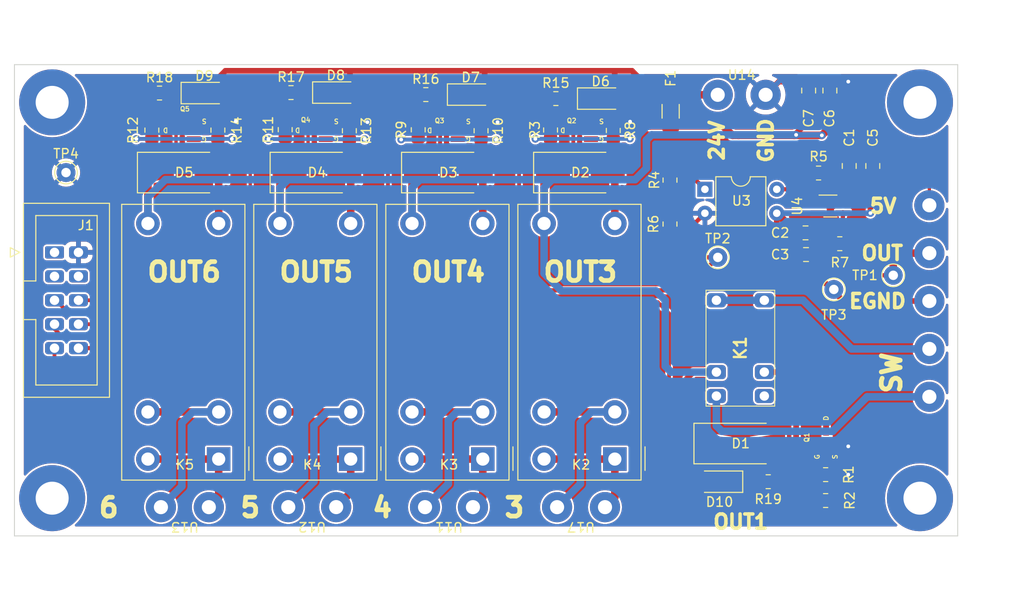
<source format=kicad_pcb>
(kicad_pcb (version 20221018) (generator pcbnew)
  (layers (0 "F.Cu" signal) (31 "B.Cu" signal) (34 "B.Paste" user) (35 "F.Paste" user) (36 "B.SilkS" user "B.Silkscreen") (37 "F.SilkS" user "F.Silkscreen") (38 "B.Mask" user) (39 "F.Mask" user) (44 "Edge.Cuts" user))
  (net 0 "")
  (net 1 "+5V")
  (net 2 "GND")
  (net 3 "/OUT1")
  (net 4 "VCC")
  (net 5 "/OUT7")
  (net 6 "/OUT8")
  (net 7 "/OUT5")
  (net 8 "/OUT6")
  (net 9 "/OUT3")
  (net 10 "/OUT4")
  (net 11 "/OUT2")
  (net 16 "GNDD")
  (net 17 "Net-(C2-Pad1)")
  (net 18 "Net-(D1-A)")
  (net 19 "Net-(Q1-PadG)")
  (net 20 "Net-(R4-Pad2)")
  (net 21 "Net-(R5-Pad2)")
  (net 22 "Net-(R7-Pad2)")
  (net 24 "+24V")
  (net 25 "Net-(D2-A)")
  (net 26 "Net-(D3-A)")
  (net 27 "Net-(D4-A)")
  (net 28 "Net-(D5-A)")
  (net 29 "Net-(Q2-PadG)")
  (net 30 "Net-(Q3-PadG)")
  (net 31 "Net-(Q4-PadG)")
  (net 32 "Net-(Q5-PadG)")
  (net 33 "/SW1C")
  (net 34 "/SW1S")
  (net 35 "/SW2C")
  (net 36 "/SW2S")
  (net 37 "/SW3C")
  (net 38 "/SW3S")
  (net 39 "/SW4C")
  (net 40 "/SW4S")
  (net 41 "Net-(F1-Pad1)")
  (net 42 "/SW5C")
  (net 43 "/SW5S")
  (net 44 "Net-(D6-K)")
  (net 45 "Net-(D7-K)")
  (net 46 "Net-(D8-K)")
  (net 47 "Net-(D9-K)")
  (net 48 "Net-(D10-K)")
  (footprint "XY2500R-C(5.08)-3P:XY2500R-C(5.08)-3P" (layer "F.Cu") (at 171.925 102.55 -90)
    (fp_text reference "U2" hide)
    (fp_text value "XY2500R-C(5.08)-3P" hide)
  )
  (footprint "Diode_SMD:D_SMA-SMB_Universal_Handsoldering" (layer "F.Cu") (at 92.93 94)
    (fp_text reference "D5")
    (fp_text value "1N4007G-SMA")
  )
  (footprint "FD335N:SOT-23" (layer "F.Cu") (at 107 89.5 180)
    (fp_text reference "Q4")
    (fp_text value "FDN335N")
  )
  (footprint "XY2500R-C(5.08)-2P:XY2500R-C(5.08)-2P" (layer "F.Cu") (at 93 129.5 180)
    (fp_text reference "U13")
    (fp_text value "XY2500R-C(5.08)-2P" hide)
  )
  (footprint "Resistor_SMD:R_0805_2012Metric" (layer "F.Cu") (at 124.4 89.5625 90)
    (fp_text reference "R10")
    (fp_text value "10K")
  )
  (footprint "TestPoint:TestPoint_THTPad_D2.0mm_Drill1.0mm" (layer "F.Cu") (at 80.4 94)
    (fp_text reference "TP4")
    (fp_text value "GND")
  )
  (footprint "LED_SMD:LED_1206_3216Metric_Pad1.42x1.75mm_HandSolder" (layer "F.Cu") (at 149.68 126.8 180)
    (fp_text reference "D10")
    (fp_text value "LED")
  )
  (footprint "LED_SMD:LED_1206_3216Metric_Pad1.42x1.75mm_HandSolder" (layer "F.Cu") (at 123.2925 85.725)
    (fp_text reference "D7")
    (fp_text value "LED")
  )
  (footprint "Capacitor_SMD:C_0805_2012Metric" (layer "F.Cu") (at 158.8 100.4 180)
    (fp_text reference "C2")
    (fp_text value "10u")
  )
  (footprint "Diode_SMD:D_SMA-SMB_Universal_Handsoldering" (layer "F.Cu") (at 107 94)
    (fp_text reference "D4")
    (fp_text value "1N4007G-SMA")
  )
  (footprint "Capacitor_SMD:C_0805_2012Metric" (layer "F.Cu") (at 161.38 85.3 -90)
    (fp_text reference "C6")
    (fp_text value "10u")
  )
  (footprint "Resistor_SMD:R_0805_2012Metric" (layer "F.Cu") (at 154.8425 126.8 180)
    (fp_text reference "R19")
    (fp_text value "680")
  )
  (footprint "Capacitor_SMD:C_0805_2012Metric" (layer "F.Cu") (at 159.13 85.3 -90)
    (fp_text reference "C7")
    (fp_text value "10u")
  )
  (footprint "Package_DIP:DIP-4_W7.62mm" (layer "F.Cu") (at 148.13 95.775)
    (fp_text reference "U3")
    (fp_text value "PC817")
  )
  (footprint "G5V-1-DC24:G5V-1-DC24" (layer "F.Cu") (at 151.89 112.63 90)
    (fp_text reference "K1")
    (fp_text value "G5V-1-DC24" hide)
  )
  (footprint "LED_SMD:LED_1206_3216Metric_Pad1.42x1.75mm_HandSolder" (layer "F.Cu") (at 95.0625 85.5625)
    (fp_text reference "D9")
    (fp_text value "LED")
  )
  (footprint "Capacitor_SMD:C_0805_2012Metric" (layer "F.Cu") (at 165.93 93.3 -90)
    (fp_text reference "C5")
    (fp_text value "10u")
  )
  (footprint "FD335N:SOT-23" (layer "F.Cu") (at 121 89.5 180)
    (fp_text reference "Q3")
    (fp_text value "FDN335N")
  )
  (footprint "MountingHole:MountingHole_3.5mm_Pad" (layer "F.Cu") (at 78.93 86.55)
    (fp_text reference "J10" hide)
    (fp_text value "Mounting Hole")
  )
  (footprint "Relay_THT:Relay_DPST_Fujitsu_FTR-F1A" (layer "F.Cu") (at 124.5825 124.4 180)
    (fp_text reference "K3")
    (fp_text value "Fujitsu_FTR-F1A")
  )
  (footprint "Diode_SMD:D_SMA-SMB_Universal_Handsoldering" (layer "F.Cu") (at 134.93 94)
    (fp_text reference "D2")
    (fp_text value "1N4007G-SMA")
  )
  (footprint "Resistor_SMD:R_0805_2012Metric" (layer "F.Cu") (at 90.3125 85.5625)
    (fp_text reference "R18")
    (fp_text value "2K2")
  )
  (footprint "FD335N:SOT-23" (layer "F.Cu") (at 135.1175 89.5 180)
    (fp_text reference "Q2")
    (fp_text value "FDN335N")
  )
  (footprint "Diode_SMD:D_SMA-SMB_Universal_Handsoldering" (layer "F.Cu") (at 151.93 122.75)
    (fp_text reference "D1")
    (fp_text value "1N4007G-SMA")
  )
  (footprint "LED_SMD:LED_1206_3216Metric_Pad1.42x1.75mm_HandSolder" (layer "F.Cu") (at 137.08 86.15)
    (fp_text reference "D6")
    (fp_text value "LED")
  )
  (footprint "Resistor_SMD:R_0805_2012Metric" (layer "F.Cu") (at 160.93 128.8 180)
    (fp_text reference "R2")
    (fp_text value "47")
  )
  (footprint "Resistor_SMD:R_0805_2012Metric" (layer "F.Cu") (at 144.43 94.8 90)
    (fp_text reference "R4")
    (fp_text value "1K")
  )
  (footprint "Resistor_SMD:R_0805_2012Metric" (layer "F.Cu") (at 162.43 101.55)
    (fp_text reference "R7")
    (fp_text value "10K")
  )
  (footprint "Resistor_SMD:R_0805_2012Metric" (layer "F.Cu") (at 138.4175 89.5375 90)
    (fp_text reference "R8")
    (fp_text value "10K")
  )
  (footprint "Resistor_SMD:R_1206_3216Metric_Pad1.30x1.75mm_HandSolder" (layer "F.Cu") (at 144.5 87.5 -90)
    (fp_text reference "F1")
    (fp_text value "Fuse")
  )
  (footprint "XY2500R-C(5.08)-2P:XY2500R-C(5.08)-2P" (layer "F.Cu") (at 106.5 129.495 180)
    (fp_text reference "U12")
    (fp_text value "XY2500R-C(5.08)-2P" hide)
  )
  (footprint "Resistor_SMD:R_0805_2012Metric" (layer "F.Cu") (at 160.93 126.05)
    (fp_text reference "R1")
    (fp_text value "10K")
  )
  (footprint "XY2500R-C(5.08)-2P:XY2500R-C(5.08)-2P" (layer "F.Cu") (at 171.925 115.25 -90)
    (fp_text reference "U5" hide)
    (fp_text value "XY2500R-C(5.08)-2P" hide)
  )
  (footprint "XY2500R-C(5.08)-2P:XY2500R-C(5.08)-2P" (layer "F.Cu") (at 121 129.5 180)
    (fp_text reference "U11")
    (fp_text value "XY2500R-C(5.08)-2P" hide)
  )
  (footprint "Resistor_SMD:R_0805_2012Metric" (layer "F.Cu") (at 96.5 89.5 90)
    (fp_text reference "R14")
    (fp_text value "10K")
  )
  (footprint "Resistor_SMD:R_0805_2012Metric" (layer "F.Cu") (at 144.43 99.4625 -90)
    (fp_text reference "R6")
    (fp_text value "47K")
  )
  (footprint "Resistor_SMD:R_0805_2012Metric" (layer "F.Cu") (at 103.6375 89.45 -90)
    (fp_text reference "R11")
    (fp_text value "47")
  )
  (footprint "Relay_THT:Relay_DPST_Fujitsu_FTR-F1A" (layer "F.Cu") (at 138.5825 124.4 180)
    (fp_text reference "K2")
    (fp_text value "Fujitsu_FTR-F1A")
  )
  (footprint "XY2500R-C(5.08)-2P:XY2500R-C(5.08)-2P" (layer "F.Cu") (at 135 129.5 180)
    (fp_text reference "U17")
    (fp_text value "XY2500R-C(5.08)-2P" hide)
  )
  (footprint "TestPoint:TestPoint_THTPad_D2.0mm_Drill1.0mm" (layer "F.Cu") (at 149.5 103)
    (fp_text reference "TP2")
    (fp_text value "V_pwm_in")
  )
  (footprint "Resistor_SMD:R_0805_2012Metric" (layer "F.Cu") (at 160.18 94.05 180)
    (fp_text reference "R5")
    (fp_text value "4K7")
  )
  (footprint "LED_SMD:LED_1206_3216Metric_Pad1.42x1.75mm_HandSolder" (layer "F.Cu") (at 109 85.5125)
    (fp_text reference "D8")
    (fp_text value "LED")
  )
  (footprint "Resistor_SMD:R_0805_2012Metric" (layer "F.Cu") (at 104.25 85.5125)
    (fp_text reference "R17")
    (fp_text value "2K2")
  )
  (footprint "Relay_THT:Relay_DPST_Fujitsu_FTR-F1A" (layer "F.Cu") (at 96.5825 124.4 180)
    (fp_text reference "K5")
    (fp_text value "Fujitsu_FTR-F1A")
  )
  (footprint "Resistor_SMD:R_0805_2012Metric" (layer "F.Cu") (at 117.7375 89.4625 -90)
    (fp_text reference "R9")
    (fp_text value "47")
  )
  (footprint "Resistor_SMD:R_0805_2012Metric" (layer "F.Cu") (at 132.33 86.15)
    (fp_text reference "R15")
    (fp_text value "2K2")
  )
  (footprint "Resistor_SMD:R_0805_2012Metric" (layer "F.Cu") (at 89.5 89.5 -90)
    (fp_text reference "R12")
    (fp_text value "47")
  )
  (footprint "MountingHole:MountingHole_3.5mm_Pad" (layer "F.Cu") (at 170.93 128.55)
    (fp_text reference "J12" hide)
    (fp_text value "Mounting Hole")
  )
  (footprint "Resistor_SMD:R_0805_2012Metric" (layer "F.Cu") (at 131.7675 89.4875 -90)
    (fp_text reference "R3")
    (fp_text value "47")
  )
  (footprint "Resistor_SMD:R_0805_2012Metric" (layer "F.Cu") (at 110.4375 89.5625 90)
    (fp_text reference "R13")
    (fp_text value "10K")
  )
  (footprint "XY2500R-C(5.08)-2P:XY2500R-C(5.08)-2P" (layer "F.Cu") (at 152.03 85.75)
    (fp_text reference "U14")
    (fp_text value "XY2500R-C(5.08)-2P" hide)
  )
  (footprint "Diode_SMD:D_SMA-SMB_Universal_Handsoldering" (layer "F.Cu") (at 120.93 94)
    (fp_text reference "D3")
    (fp_text value "1N4007G-SMA")
  )
  (footprint "Connector_IDC:IDC-Header_2x05_P2.54mm_Vertical" (layer "F.Cu") (at 79.1775 102.47)
    (fp_text reference "J1")
    (fp_text value "Outputs")
  )
  (footprint "MountingHole:MountingHole_3.5mm_Pad" (layer "F.Cu") (at 78.93 128.55)
    (fp_text reference "J13" hide)
    (fp_text value "Mounting Hole")
  )
  (footprint "Package_TO_SOT_SMD:SOT-353_SC-70-5_Handsoldering" (layer "F.Cu") (at 161.43 97.55)
    (fp_text reference "U4")
    (fp_text value "74AHCT1G14SE-7")
  )
  (footprint "TestPoint:TestPoint_THTPad_D2.0mm_Drill1.0mm" (layer "F.Cu") (at 168.1 104.9)
    (fp_text reference "TP1")
    (fp_text value "v_pwm_out")
  )
  (footprint "TestPoint:TestPoint_THTPad_D2.0mm_Drill1.0mm" (layer "F.Cu") (at 161.8 106.4)
    (fp_text reference "TP3")
    (fp_text value "GNDD")
  )
  (footprint "Resistor_SMD:R_0805_2012Metric" (layer "F.Cu") (at 118.5425 85.725)
    (fp_text reference "R16")
    (fp_text value "2K2")
  )
  (footprint "MountingHole:MountingHole_3.5mm_Pad" (layer "F.Cu") (at 170.93 86.55)
    (fp_text reference "J11" hide)
    (fp_text value "Mounting Hole")
  )
  (footprint "Capacitor_SMD:C_0805_2012Metric" (layer "F.Cu") (at 158.85 102.7 180)
    (fp_text reference "C3")
    (fp_text value "10u")
  )
  (footprint "Relay_THT:Relay_DPST_Fujitsu_FTR-F1A" (layer "F.Cu") (at 110.5825 124.4 180)
    (fp_text reference "K4")
    (fp_text value "Fujitsu_FTR-F1A")
  )
  (footprint "FD335N:SOT-23" (layer "F.Cu") (at 160.98 122.1125 90)
    (fp_text reference "Q1")
    (fp_text value "FDN335N")
  )
  (footprint "Capacitor_SMD:C_0805_2012Metric" (layer "F.Cu") (at 163.43 93.3 -90)
    (fp_text reference "C1")
    (fp_text value "10u")
  )
  (footprint "FD335N:SOT-23" (layer "F.Cu") (at 93 89.5 180)
    (fp_text reference "Q5")
    (fp_text value "FDN335N")
  )
  (gr_line (start 74.93 132.55) (end 74.93 82.55) (stroke (width 0.1)) (layer "Edge.Cuts"))
  (gr_line (start 174.93 132.55) (end 74.93 132.55) (stroke (width 0.1)) (layer "Edge.Cuts"))
  (gr_line (start 74.93 82.55) (end 174.93 82.55) (stroke (width 0.1)) (layer "Edge.Cuts"))
  (gr_line (start 174.93 82.55) (end 174.93 132.55) (stroke (width 0.1)) (layer "Edge.Cuts"))
  (gr_text "3" (at 127.93 129.55) (layer "F.SilkS") (effects (font (size 2 2) (thickness 0.5) bold)))
  (gr_text "4" (at 113.93 129.55) (layer "F.SilkS") (effects (font (size 2 2) (thickness 0.5) bold)))
  (gr_text "OUT" (at 166.93 102.55) (layer "F.SilkS") (effects (font (size 1.5 1.5) (thickness 0.375) bold)))
  (gr_text "EGND" (at 166.43 107.65) (layer "F.SilkS") (effects (font (size 1.5 1.5) (thickness 0.375) bold)))
  (gr_text "OUT1" (at 151.93 131.05) (layer "F.SilkS") (effects (font (size 1.5 1.5) (thickness 0.375) bold)))
  (gr_text "OUT6" (at 92.93 104.55) (layer "F.SilkS") (effects (font (size 2 2) (thickness 0.5) bold)))
  (gr_text "OUT4" (at 120.93 104.55) (layer "F.SilkS") (effects (font (size 2 2) (thickness 0.5) bold)))
  (gr_text "6" (at 84.93 129.55) (layer "F.SilkS") (effects (font (size 2 2) (thickness 0.5) bold)))
  (gr_text "OUT5" (at 106.93 104.55) (layer "F.SilkS") (effects (font (size 2 2) (thickness 0.5) bold)))
  (gr_text "OUT3" (at 134.93 104.55) (layer "F.SilkS") (effects (font (size 2 2) (thickness 0.5) bold)))
  (gr_text "5V" (at 167.03 97.55) (layer "F.SilkS") (effects (font (size 1.5 1.5) (thickness 0.375) bold)))
  (gr_text "24V" (at 149.4 90.6 90) (layer "F.SilkS") (effects (font (size 1.5 1.5) (thickness 0.375) bold)))
  (gr_text "SW" (at 167.93 115.25 90) (layer "F.SilkS") (effects (font (size 2 2) (thickness 0.5) bold)))
  (gr_text "5" (at 99.93 129.55) (layer "F.SilkS") (effects (font (size 2 2) (thickness 0.5) bold)))
  (gr_text "GND" (at 154.6 90.6 90) (layer "F.SilkS") (effects (font (size 1.5 1.5) (thickness 0.375) bold)))
  (segment (start 171.925 93.145) (end 171.925 97.47) (width 0.35) (layer "F.Cu") (net 1))
  (segment (start 161.0925 92.8875) (end 161.43 92.55) (width 0.35) (layer "F.Cu") (net 1))
  (segment (start 163.43 92.35) (end 165.93 92.35) (width 0.35) (layer "F.Cu") (net 1))
  (segment (start 161.43 92.55) (end 163.23 92.55) (width 0.35) (layer "F.Cu") (net 1))
  (segment (start 162.76 96.9) (end 162.28 96.9) (width 0.35) (layer "F.Cu") (net 1))
  (segment (start 171.13 92.35) (end 171.925 93.145) (width 0.35) (layer "F.Cu") (net 1))
  (segment (start 163.23 92.55) (end 163.43 92.35) (width 0.35) (layer "F.Cu") (net 1))
  (segment (start 161.0925 95.7125) (end 161.0925 94.05) (width 0.35) (layer "F.Cu") (net 1))
  (segment (start 161.0925 94.05) (end 161.0925 92.8875) (width 0.35) (layer "F.Cu") (net 1))
  (segment (start 165.93 92.35) (end 171.13 92.35) (width 0.35) (layer "F.Cu") (net 1))
  (segment (start 162.28 96.9) (end 161.0925 95.7125) (width 0.35) (layer "F.Cu") (net 1))
  (segment (start 161.93 123.05) (end 163.33 123.05) (width 0.6) (layer "F.Cu") (net 2))
  (segment (start 161.8425 126.05) (end 163.33 126.05) (width 0.6) (layer "F.Cu") (net 2))
  (segment (start 161.38 84.35) (end 159.13 84.35) (width 0.6) (layer "F.Cu") (net 2))
  (segment (start 110.4375 88.65) (end 112.35 88.65) (width 0.35) (layer "F.Cu") (net 2))
  (segment (start 144.43 100.375) (end 146.105 100.375) (width 0.8) (layer "F.Cu") (net 2))
  (segment (start 98.3625 88.5875) (end 98.4 88.55) (width 0.35) (layer "F.Cu") (net 2))
  (segment (start 110.3375 88.55) (end 110.4375 88.65) (width 0.35) (layer "F.Cu") (net 2))
  (segment (start 96.4625 88.55) (end 96.5 88.5875) (width 0.35) (layer "F.Cu") (net 2))
  (segment (start 161.93 123.05) (end 161.93 125.9625) (width 0.6) (layer "F.Cu") (net 2))
  (segment (start 146.105 100.375) (end 146.105 100.34) (width 0.45) (layer "F.Cu") (net 2))
  (segment (start 161.38 84.35) (end 163.33 84.35) (width 0.6) (layer "F.Cu") (net 2))
  (segment (start 124.3 88.55) (end 124.4 88.65) (width 0.35) (layer "F.Cu") (net 2))
  (segment (start 146.105 100.34) (end 148.13 98.315) (width 0.45) (layer "F.Cu") (net 2))
  (segment (start 159.13 84.35) (end 157.33 84.35) (width 0.6) (layer "F.Cu") (net 2))
  (segment (start 96.5 88.5875) (end 98.3625 88.5875) (width 0.35) (layer "F.Cu") (net 2))
  (segment (start 107.9375 88.55) (end 110.3375 88.55) (width 0.35) (layer "F.Cu") (net 2))
  (segment (start 161.93 125.9625) (end 161.8425 126.05) (width 0.6) (layer "F.Cu") (net 2))
  (segment (start 155.97 84.35) (end 154.57 85.75) (width 0.6) (layer "F.Cu") (net 2))
  (segment (start 138.4175 88.625) (end 140.175 88.625) (width 0.35) (layer "F.Cu") (net 2))
  (segment (start 140.175 88.625) (end 140.2 88.6) (width 0.35) (layer "F.Cu") (net 2))
  (segment (start 157.33 84.35) (end 155.97 84.35) (width 0.6) (layer "F.Cu") (net 2))
  (segment (start 121.9375 88.55) (end 124.3 88.55) (width 0.35) (layer "F.Cu") (net 2))
  (segment (start 93.9375 88.55) (end 96.4625 88.55) (width 0.35) (layer "F.Cu") (net 2))
  (segment (start 124.4 88.65) (end 126.15 88.65) (width 0.35) (layer "F.Cu") (net 2))
  (via (at 126.15 88.65) (size 0.8) (drill 0.4) (layers "F.Cu" "B.Cu") (net 2))
  (via (at 163.33 84.35) (size 0.8) (drill 0.4) (layers "F.Cu" "B.Cu") (net 2))
  (via (at 112.35 88.65) (size 0.8) (drill 0.4) (layers "F.Cu" "B.Cu") (net 2))
  (via (at 98.4 88.55) (size 0.8) (drill 0.4) (layers "F.Cu" "B.Cu") (net 2))
  (via (at 163.33 126.05) (size 0.8) (drill 0.4) (layers "F.Cu" "B.Cu") (net 2))
  (via (at 163.33 123.05) (size 0.8) (drill 0.4) (layers "F.Cu" "B.Cu") (net 2))
  (via (at 140.2 88.6) (size 0.8) (drill 0.4) (layers "F.Cu" "B.Cu") (net 2))
  (segment (start 144.33 108.95) (end 144.33 129.55) (width 0.4) (layer "F.Cu") (net 3))
  (segment (start 84.73 114.15) (end 91.13 107.75) (width 0.4) (layer "F.Cu") (net 3))
  (segment (start 79.53 114.15) (end 84.73 114.15) (width 0.4) (layer "F.Cu") (net 3))
  (segment (start 79.1775 113.7975) (end 79.53 114.15) (width 0.4) (layer "F.Cu") (net 3))
  (segment (start 79.1775 112.63) (end 79.1775 113.7975) (width 0.4) (layer "F.Cu") (net 3))
  (segment (start 91.13 107.75) (end 143.13 107.75) (width 0.4) (layer "F.Cu") (net 3))
  (segment (start 143.13 107.75) (end 144.33 108.95) (width 0.4) (layer "F.Cu") (net 3))
  (segment (start 145.33 130.55) (end 161.13 130.55) (width 0.4) (layer "F.Cu") (net 3))
  (segment (start 161.13 130.55) (end 161.8425 129.8375) (width 0.4) (layer "F.Cu") (net 3))
  (segment (start 161.8425 129.8375) (end 161.8425 128.8) (width 0.4) (layer "F.Cu") (net 3))
  (segment (start 144.33 129.55) (end 145.33 130.55) (width 0.4) (layer "F.Cu") (net 3))
  (segment (start 98.73 103.05) (end 99.93 101.85) (width 0.4) (layer "F.Cu") (net 7))
  (segment (start 100.9 88.7) (end 103.475 88.7) (width 0.35) (layer "F.Cu") (net 7))
  (segment (start 79.33 107.55) (end 80.53 108.75) (width 0.4) (layer "F.Cu") (net 7))
  (segment (start 99.93 89.67) (end 100.9 88.7) (width 0.35) (layer "F.Cu") (net 7))
  (segment (start 79.1775 107.55) (end 79.33 107.55) (width 0.4) (layer "F.Cu") (net 7))
  (segment (start 99.93 101.85) (end 99.93 89.67) (width 0.35) (layer "F.Cu") (net 7))
  (segment (start 89.03 103.05) (end 98.73 103.05) (width 0.4) (layer "F.Cu") (net 7))
  (segment (start 83.33 108.75) (end 89.03 103.05) (width 0.4) (layer "F.Cu") (net 7))
  (segment (start 103.475 88.7) (end 103.6375 88.5375) (width 0.35) (layer "F.Cu") (net 7))
  (segment (start 80.53 108.75) (end 83.33 108.75) (width 0.4) (layer "F.Cu") (net 7))
  (segment (start 85.23 105.55) (end 85.23 103) (width 0.4) (layer "F.Cu") (net 8))
  (segment (start 84.4125 88.5875) (end 89.5 88.5875) (width 0.35) (layer "F.Cu") (net 8))
  (segment (start 83.65 89.35) (end 84.4125 88.5875) (width 0.35) (layer "F.Cu") (net 8))
  (segment (start 83.65 100) (end 83.65 89.35) (width 0.35) (layer "F.Cu") (net 8))
  (segment (start 81.7175 107.55) (end 83.23 107.55) (width 0.4) (layer "F.Cu") (net 8))
  (segment (start 83.23 107.55) (end 85.23 105.55) (width 0.4) (layer "F.Cu") (net 8))
  (segment (start 85.23 101.58) (end 83.65 100) (width 0.35) (layer "F.Cu") (net 8))
  (segment (start 85.23 103) (end 85.23 101.58) (width 0.35) (layer "F.Cu") (net 8))
  (segment (start 128.43 102.75) (end 128.43 90.15) (width 0.4) (layer "F.Cu") (net 9))
  (segment (start 79.93 111.35) (end 83.73 111.35) (width 0.4) (layer "F.Cu") (net 9))
  (segment (start 128.925 88.575) (end 131.7675 88.575) (width 0.35) (layer "F.Cu") (net 9))
  (segment (start 128.43 90.15) (end 128.43 89.07) (width 0.35) (layer "F.Cu") (net 9))
  (segment (start 128.43 89.07) (end 128.925 88.575) (width 0.35) (layer "F.Cu") (net 9))
  (segment (start 126.03 105.15) (end 128.43 102.75) (width 0.4) (layer "F.Cu") (net 9))
  (segment (start 83.73 111.35) (end 89.93 105.15) (width 0.4) (layer "F.Cu") (net 9))
  (segment (start 79.1775 110.09) (end 79.1775 110.5975) (width 0.4) (layer "F.Cu") (net 9))
  (segment (start 79.1775 110.5975) (end 79.93 111.35) (width 0.4) (layer "F.Cu") (net 9))
  (segment (start 89.93 105.15) (end 126.03 105.15) (width 0.4) (layer "F.Cu") (net 9))
  (segment (start 114.53 102.55) (end 114.53 89.75) (width 0.4) (layer "F.Cu") (net 10))
  (segment (start 83.59 110.09) (end 89.63 104.05) (width 0.4) (layer "F.Cu") (net 10))
  (segment (start 89.63 104.05) (end 113.03 104.05) (width 0.4) (layer "F.Cu") (net 10))
  (segment (start 81.7175 110.09) (end 83.59 110.09) (width 0.4) (layer "F.Cu") (net 10))
  (segment (start 113.03 104.05) (end 114.53 102.55) (width 0.4) (layer "F.Cu") (net 10))
  (segment (start 117.6875 88.5) (end 117.7375 88.55) (width 0.35) (layer "F.Cu") (net 10))
  (segment (start 114.8 88.5) (end 117.6875 88.5) (width 0.35) (layer "F.Cu") (net 10))
  (segment (start 114.53 88.77) (end 114.8 88.5) (width 0.35) (layer "F.Cu") (net 10))
  (segment (start 114.53 89.75) (end 114.53 88.77) (width 0.35) (layer "F.Cu") (net 10))
  (segment (start 143.5 103) (end 142.5 102) (width 0.45) (layer "F.Cu") (net 11))
  (segment (start 84.37 112.63) (end 90.5 106.5) (width 0.45) (layer "F.Cu") (net 11))
  (segment (start 144.43 98.55) (end 144.43 95.7125) (width 0.45) (layer "F.Cu") (net 11))
  (segment (start 143 98.5) (end 143.05 98.55) (width 0.45) (layer "F.Cu") (net 11))
  (segment (start 90.5 106.5) (end 146 106.5) (width 0.45) (layer "F.Cu") (net 11))
  (segment (start 81.7175 112.63) (end 84.37 112.63) (width 0.45) (layer "F.Cu") (net 11))
  (segment (start 142.5 102) (end 142.5 99) (width 0.45) (layer "F.Cu") (net 11))
  (segment (start 143.05 98.55) (end 144.43 98.55) (width 0.45) (layer "F.Cu") (net 11))
  (segment (start 149.5 103) (end 143.5 103) (width 0.45) (layer "F.Cu") (net 11))
  (segment (start 146 106.5) (end 149.5 103) (width 0.45) (layer "F.Cu") (net 11))
  (segment (start 142.5 99) (end 143 98.5) (width 0.45) (layer "F.Cu") (net 11))
  (segment (start 165.68 98.3) (end 165.68 94.5) (width 0.6) (layer "F.Cu") (net 16))
  (segment (start 157.85 100.4) (end 157.85 102.65) (width 0.8) (layer "F.Cu") (net 16))
  (segment (start 155.75 101.55) (end 155.75 103.77) (width 0.6) (layer "F.Cu") (net 16))
  (segment (start 163.43 94.25) (end 165.93 94.25) (width 0.8) (layer "F.Cu") (net 16))
  (segment (start 155.865 98.2) (end 155.75 98.315) (width 0.35) (layer "F.Cu") (net 16))
  (segment (start 155.75 103.77) (end 156.93 104.95) (width 0.6) (layer "F.Cu") (net 16))
  (segment (start 171.925 107.63) (end 162.81 107.63) (width 0.6) (layer "F.Cu") (net 16))
  (segment (start 157.835 100.4) (end 155.75 98.315) (width 0.8) (layer "F.Cu") (net 16))
  (segment (start 160.1 98.2) (end 155.865 98.2) (width 0.35) (layer "F.Cu") (net 16))
  (segment (start 155.75 98.315) (end 155.75 101.55) (width 0.6) (layer "F.Cu") (net 16))
  (segment (start 157.85 102.65) (end 157.9 102.7) (width 0.8) (layer "F.Cu") (net 16))
  (segment (start 157.85 100.4) (end 157.835 100.4) (width 0.8) (layer "F.Cu") (net 16))
  (segment (start 162.81 107.63) (end 160.13 104.95) (width 0.6) (layer "F.Cu") (net 16))
  (segment (start 160.13 104.95) (end 156.93 104.95) (width 0.6) (layer "F.Cu") (net 16))
  (segment (start 165.68 94.5) (end 165.93 94.25) (width 0.6) (layer "F.Cu") (net 16))
  (via (at 165.68 98.3) (size 0.8) (drill 0.4) (layers "F.Cu" "B.Cu") (net 16))
  (segment (start 165.665 98.315) (end 165.68 98.3) (width 0.6) (layer "B.Cu") (net 16))
  (segment (start 155.75 98.315) (end 165.665 98.315) (width 0.6) (layer "B.Cu") (net 16))
  (segment (start 171.925 102.55) (end 169.05 102.55) (width 0.8) (layer "F.Cu") (net 17))
  (segment (start 169.05 102.55) (end 168.1 103.5) (width 0.8) (layer "F.Cu") (net 17))
  (segment (start 159.75 100.4) (end 159.75 101.5) (width 0.8) (layer "F.Cu") (net 17))
  (segment (start 162.43 104.05) (end 166.05 104.05) (width 0.45) (layer "F.Cu") (net 17))
  (segment (start 159.8 101.55) (end 159.75 101.5) (width 0.8) (layer "F.Cu") (net 17))
  (segment (start 161.5175 101.55) (end 161.5175 103.1375) (width 0.45) (layer "F.Cu") (net 17))
  (segment (start 161.5175 101.55) (end 159.8 101.55) (width 0.8) (layer "F.Cu") (net 17))
  (segment (start 166.9 104.9) (end 168.1 104.9) (width 0.45) (layer "F.Cu") (net 17))
  (segment (start 168.1 103.5) (end 168.1 104.9) (width 0.8) (layer "F.Cu") (net 17))
  (segment (start 159.75 102.65) (end 159.8 102.7) (width 0.8) (layer "F.Cu") (net 17))
  (segment (start 159.75 101.5) (end 159.75 102.65) (width 0.8) (layer "F.Cu") (net 17))
  (segment (start 161.5175 103.1375) (end 162.43 104.05) (width 0.45) (layer "F.Cu") (net 17))
  (segment (start 166.05 104.05) (end 166.9 104.9) (width 0.45) (layer "F.Cu") (net 17))
  (segment (start 154.83 122.75) (end 157.65 122.75) (width 0.6) (layer "F.Cu") (net 18))
  (segment (start 154.43 115.17) (end 156.97 115.17) (width 0.6) (layer "F.Cu") (net 18))
  (segment (start 160.98 118.78) (end 160.4 118.2) (width 0.6) (layer "F.Cu") (net 18))
  (segment (start 155.755 126.8) (end 155.755 123.675) (width 0.6) (layer "F.Cu") (net 18))
  (segment (start 155.755 123.675) (end 154.83 122.75) (width 0.6) (layer "F.Cu") (net 18))
  (segment (start 157.8 122.6) (end 157.8 118.2) (width 0.6) (layer "F.Cu") (net 18))
  (segment (start 156.97 115.17) (end 157.8 116) (width 0.6) (layer "F.Cu") (net 18))
  (segment (start 160.98 121.175) (end 160.98 118.78) (width 0.6) (layer "F.Cu") (net 18))
  (segment (start 157.65 122.75) (end 157.8 122.6) (width 0.6) (layer "F.Cu") (net 18))
  (segment (start 160.4 118.2) (end 157.8 118.2) (width 0.6) (layer "F.Cu") (net 18))
  (segment (start 157.8 118.2) (end 157.8 116) (width 0.6) (layer "F.Cu") (net 18))
  (segment (start 160.0175 126.05) (end 160.0175 128.8) (width 0.6) (layer "F.Cu") (net 19))
  (segment (start 160.03 126.0375) (end 160.0175 126.05) (width 0.6) (layer "F.Cu") (net 19))
  (segment (start 160.03 123.05) (end 160.03 126.0375) (width 0.6) (layer "F.Cu") (net 19))
  (segment (start 146.2425 93.8875) (end 148.13 95.775) (width 0.45) (layer "F.Cu") (net 20))
  (segment (start 144.43 93.8875) (end 146.2425 93.8875) (width 0.45) (layer "F.Cu") (net 20))
  (segment (start 158.43 97.55) (end 157.93 97.05) (width 0.35) (layer "F.Cu") (net 21))
  (segment (start 157.93 94.25) (end 157.93 95.8) (width 0.35) (layer "F.Cu") (net 21))
  (segment (start 160.1 97.55) (end 158.43 97.55) (width 0.35) (layer "F.Cu") (net 21))
  (segment (start 158.13 94.05) (end 157.93 94.25) (width 0.35) (layer "F.Cu") (net 21))
  (segment (start 157.93 97.05) (end 157.93 95.8) (width 0.35) (layer "F.Cu") (net 21))
  (segment (start 159.2675 94.05) (end 158.13 94.05) (width 0.35) (layer "F.Cu") (net 21))
  (segment (start 155.75 95.775) (end 157.905 95.775) (width 0.45) (layer "F.Cu") (net 21))
  (segment (start 162.76 99.38) (end 162.76 98.2) (width 0.45) (layer "F.Cu") (net 22))
  (segment (start 163.3425 101.55) (end 163.3425 99.9625) (width 0.45) (layer "F.Cu") (net 22))
  (segment (start 163.3425 99.9625) (end 162.76 99.38) (width 0.45) (layer "F.Cu") (net 22))
  (segment (start 150.05 89.05) (end 151.05 90.05) (width 0.8) (layer "F.Cu") (net 24))
  (segment (start 89.0825 99.4) (end 89.0825 94.9475) (width 0.8) (layer "F.Cu") (net 24))
  (segment (start 148.1925 126.8) (end 148.1925 123.5875) (width 0.6) (layer "F.Cu") (net 24))
  (segment (start 155.33 90.05) (end 151.7 90.05) (width 0.8) (layer "F.Cu") (net 24))
  (segment (start 149.03 122.75) (end 146.93 122.75) (width 0.6) (layer "F.Cu") (net 24))
  (segment (start 155.33 90.05) (end 157.6 90.05) (width 0.8) (layer "F.Cu") (net 24))
  (segment (start 124.78 85.725) (end 124.78 83.22) (width 0.6) (layer "F.Cu") (net 24))
  (segment (start 138.5675 83.2325) (end 138.6 83.2) (width 0.6) (layer "F.Cu") (net 24))
  (segment (start 117.0825 94.9475) (end 118.03 94) (width 0.8) (layer "F.Cu") (net 24))
  (segment (start 138.6 83.2) (end 140.4 83.2) (width 0.6) (layer "F.Cu") (net 24))
  (segment (start 131.0825 94.9475) (end 132.03 94) (width 0.8) (layer "F.Cu") (net 24))
  (segment (start 161.38 89.2) (end 160.53 90.05) (width 0.8) (layer "F.Cu") (net 24))
  (segment (start 97.3 83.2) (end 110.5 83.2) (width 0.6) (layer "F.Cu") (net 24))
  (segment (start 138.5675 86.15) (end 138.5675 83.2325) (width 0.6) (layer "F.Cu") (net 24))
  (segment (start 89.0825 94.9475) (end 90.03 94) (width 0.8) (layer "F.Cu") (net 24))
  (segment (start 140.4 83.2) (end 141.8 84.6) (width 0.6) (layer "F.Cu") (net 24))
  (segment (start 161.38 86.25) (end 161.38 89.2) (width 0.8) (layer "F.Cu") (net 24))
  (segment (start 142.3 89.05) (end 141.8 88.55) (width 0.8) (layer "F.Cu") (net 24))
  (segment (start 146.91 115.17) (end 146.23 115.85) (width 0.6) (layer "F.Cu") (net 24))
  (segment (start 159.13 88.52) (end 157.6 90.05) (width 0.6) (layer "F.Cu") (net 24))
  (segment (start 151.7 90.05) (end 151.05 90.05) (width 0.8) (layer "F.Cu") (net 24))
  (segment (start 110.4875 85.5125) (end 110.5 85.5) (width 0.6) (layer "F.Cu") (net 24))
  (segment (start 146.23 122.05) (end 146.23 115.85) (width 0.6) (layer "F.Cu") (net 24))
  (segment (start 146.93 122.75) (end 146.23 122.05) (width 0.6) (layer "F.Cu") (net 24))
  (segment (start 131.0825 99.4) (end 131.0825 94.9475) (width 0.8) (layer "F.Cu") (net 24))
  (segment (start 110.5 83.2) (end 124.8 83.2) (width 0.6) (layer "F.Cu") (net 24))
  (segment (start 103.0825 99.4) (end 103.0825 95.0175) (width 0.8) (layer "F.Cu") (net 24))
  (segment (start 144.5 89.05) (end 150.05 89.05) (width 0.8) (layer "F.Cu") (net 24))
  (segment (start 157.6 90.05) (end 160.53 90.05) (width 0.8) (layer "F.Cu") (net 24))
  (segment (start 148.1925 123.5875) (end 149.03 122.75) (width 0.6) (layer "F.Cu") (net 24))
  (segment (start 141.8 88.55) (end 141.8 84.6) (width 0.8) (layer "F.Cu") (net 24))
  (segment (start 110.5 85.5) (end 110.5 83.2) (width 0.6) (layer "F.Cu") (net 24))
  (segment (start 149.35 115.17) (end 146.91 115.17) (width 0.6) (layer "F.Cu") (net 24))
  (segment (start 159.13 86.25) (end 159.13 88.52) (width 0.6) (layer "F.Cu") (net 24))
  (segment (start 124.78 83.22) (end 124.8 83.2) (width 0.6) (layer "F.Cu") (net 24))
  (segment (start 96.55 83.95) (end 97.3 83.2) (width 0.6) (layer "F.Cu") (net 24))
  (segment (start 144.5 89.05) (end 142.3 89.05) (width 0.8) (layer "F.Cu") (net 24))
  (segment (start 103.0825 95.0175) (end 104.1 94) (width 0.8) (layer "F.Cu") (net 24))
  (segment (start 124.8 83.2) (end 138.6 83.2) (width 0.6) (layer "F.Cu") (net 24))
  (segment (start 117.0825 99.4) (end 117.0825 94.9475) (width 0.8) (layer "F.Cu") (net 24))
  (segment (start 96.55 85.5625) (end 96.55 83.95) (width 0.6) (layer "F.Cu") (net 24))
  (via (at 157.8 90) (size 0.8) (drill 0.4) (layers "F.Cu" "B.Cu") (net 24))
  (via (at 160.53 90.05) (size 0.8) (drill 0.4) (layers "F.Cu" "B.Cu") (net 24))
  (segment (start 142.93 106.55) (end 132.93 106.55) (width 0.8) (layer "B.Cu") (net 24))
  (segment (start 149.35 115.17) (end 144.55 115.17) (width 0.8) (layer "B.Cu") (net 24))
  (segment (start 157.8 90) (end 160.48 90) (width 0.6) (layer "B.Cu") (net 24))
  (segment (start 89.0825 96.5975) (end 90.93 94.75) (width 0.8) (layer "B.Cu") (net 24))
  (segment (start 89.0825 99.4) (end 89.0825 96.5975) (width 0.8) (layer "B.Cu") (net 24))
  (segment (start 90.93 94.75) (end 103.93 94.75) (width 0.8) (layer "B.Cu") (net 24))
  (segment (start 142.48 90) (end 141.93 90.55) (width 0.8) (layer "B.Cu") (net 24))
  (segment (start 140.73 94.75) (end 141.93 93.55) (width 0.8) (layer "B.Cu") (net 24))
  (segment (start 141.93 90.55) (end 141.93 93.55) (width 0.8) (layer "B.Cu") (net 24))
  (segment (start 117.0825 95.5975) (end 117.93 94.75) (width 0.8) (layer "B.Cu") (net 24))
  (segment (start 104.93 94.75) (end 117.93 94.75) (width 0.8) (layer "B.Cu") (net 24))
  (segment (start 103.0825 99.4) (end 103.0825 95.5975) (width 0.8) (layer "B.Cu") (net 24))
  (segment (start 132.93 106.55) (end 131.0825 104.7025) (width 0.8) (layer "B.Cu") (net 24))
  (segment (start 125.93 94.75) (end 131.93 94.75) (width 0.8) (layer "B.Cu") (net 24))
  (segment (start 160.48 90) (end 160.53 90.05) (width 0.6) (layer "B.Cu") (net 24))
  (segment (start 143.93 114.55) (end 143.93 107.55) (width 0.8) (layer "B.Cu") (net 24))
  (segment (start 103.0825 95.5975) (end 103.93 94.75) (width 0.8) (layer "B.Cu") (net 24))
  (segment (start 103.93 94.75) (end 104.93 94.75) (width 0.8) (layer "B.Cu") (net 24))
  (segment (start 131.0825 99.4) (end 131.0825 95.5975) (width 0.8) (layer "B.Cu") (net 24))
  (segment (start 131.0825 104.7025) (end 131.0825 99.4) (width 0.8) (layer "B.Cu") (net 24))
  (segment (start 144.55 115.17) (end 143.93 114.55) (width 0.8) (layer "B.Cu") (net 24))
  (segment (start 117.93 94.75) (end 125.93 94.75) (width 0.8) (layer "B.Cu") (net 24))
  (segment (start 143.93 107.55) (end 142.93 106.55) (width 0.8) (layer "B.Cu") (net 24))
  (segment (start 157.8 90) (end 142.48 90) (width 0.8) (layer "B.Cu") (net 24))
  (segment (start 131.0825 95.5975) (end 131.93 94.75) (width 0.8) (layer "B.Cu") (net 24))
  (segment (start 117.0825 99.4) (end 117.0825 95.5975) (width 0.8) (layer "B.Cu") (net 24))
  (segment (start 131.93 94.75) (end 140.73 94.75) (width 0.8) (layer "B.Cu") (net 24))
  (segment (start 138.5825 99.4) (end 138.5825 94.7525) (width 0.8) (layer "F.Cu") (net 25))
  (segment (start 138.5825 94.7525) (end 137.83 94) (width 0.8) (layer "F.Cu") (net 25))
  (segment (start 137.4 92.1) (end 137.515 92.215) (width 0.4) (layer "F.Cu") (net 25))
  (segment (start 131.8 87.5) (end 133.6 87.5) (width 0.35) (layer "F.Cu") (net 25))
  (segment (start 131.4175 86.15) (end 131.4175 87.1175) (width 0.35) (layer "F.Cu") (net 25))
  (segment (start 134.18 91.3) (end 134.98 92.1) (width 0.4) (layer "F.Cu") (net 25))
  (segment (start 137.83 92.53) (end 137.7525 92.4525) (width 0.35) (layer "F.Cu") (net 25))
  (segment (start 137.83 92.53) (end 137.515 92.215) (width 0.4) (layer "F.Cu") (net 25))
  (segment (start 131.4175 87.1175) (end 131.8 87.5) (width 0.35) (layer "F.Cu") (net 25))
  (segment (start 137.83 94) (end 137.83 92.53) (width 0.4) (layer "F.Cu") (net 25))
  (segment (start 134.98 92.1) (end 137.4 92.1) (width 0.4) (layer "F.Cu") (net 25))
  (segment (start 134.18 88.08) (end 134.18 89.5) (width 0.35) (layer "F.Cu") (net 25))
  (segment (start 133.6 87.5) (end 134.18 88.08) (width 0.35) (layer "F.Cu") (net 25))
  (segment (start 137.515 92.215) (end 137.7525 92.4525) (width 0.4) (layer "F.Cu") (net 25))
  (segment (start 134.18 89.5) (end 134.18 91.3) (width 0.4) (layer "F.Cu") (net 25))
  (segment (start 117.63 86.93) (end 117.63 85.725) (width 0.4) (layer "F.Cu") (net 26))
  (segment (start 120.0625 89.5) (end 120.0625 90.425) (width 0.35) (layer "F.Cu") (net 26))
  (segment (start 120.0625 90.425) (end 120.0625 91.0575) (width 0.4) (layer "F.Cu") (net 26))
  (segment (start 123.83 94) (end 123.83 92.475) (width 0.4) (layer "F.Cu") (net 26))
  (segment (start 120.0625 89.5) (end 120.0625 87.5625) (width 0.4) (layer "F.Cu") (net 26))
  (segment (start 124.5825 99.4) (end 124.5825 94.7525) (width 0.8) (layer "F.Cu") (net 26))
  (segment (start 120.0625 91.0575) (end 121.105 92.1) (width 0.4) (layer "F.Cu") (net 26))
  (segment (start 121.105 92.1) (end 123.455 92.1) (width 0.4) (layer "F.Cu") (net 26))
  (segment (start 117.9 87.2) (end 117.63 86.93) (width 0.4) (layer "F.Cu") (net 26))
  (segment (start 119.7 87.2) (end 117.9 87.2) (width 0.4) (layer "F.Cu") (net 26))
  (segment (start 124.5825 94.7525) (end 123.83 94) (width 0.8) (layer "F.Cu") (net 26))
  (segment (start 123.455 92.1) (end 123.83 92.475) (width 0.4) (layer "F.Cu") (net 26))
  (segment (start 120.0625 87.5625) (end 119.7 87.2) (width 0.4) (layer "F.Cu") (net 26))
  (segment (start 120.0625 89.5) (end 120.0625 91.0575) (width 0.4) (layer "F.Cu") (net 26))
  (segment (start 110.5825 94.6825) (end 109.9 94) (width 0.8) (layer "F.Cu") (net 27))
  (segment (start 106.9 92.1) (end 109.5 92.1) (width 0.35) (layer "F.Cu") (net 27))
  (segment (start 106.0625 91.2625) (end 106.9 92.1) (width 0.35) (layer "F.Cu") (net 27))
  (segment (start 103.3375 86.7375) (end 103.3375 85.5125) (width 0.4) (layer "F.Cu") (net 27))
  (segment (start 106.0625 89.5) (end 106.0625 91.2625) (width 0.35) (layer "F.Cu") (net 27))
  (segment (start 110.5825 99.4) (end 110.5825 94.6825) (width 0.8) (layer "F.Cu") (net 27))
  (segment (start 109.5 92.1) (end 109.9 92.5) (width 0.35) (layer "F.Cu") (net 27))
  (segment (start 106.0625 89.5) (end 106.0625 87.6625) (width 0.4) (layer "F.Cu") (net 27))
  (segment (start 109.9 92.5) (end 109.9 94) (width 0.35) (layer "F.Cu") (net 27))
  (segment (start 106.0625 87.6625) (end 105.6 87.2) (width 0.4) (layer "F.Cu") (net 27))
  (segment (start 103.8 87.2) (end 103.3375 86.7375) (width 0.4) (layer "F.Cu") (net 27))
  (segment (start 105.6 87.2) (end 103.8 87.2) (width 0.4) (layer "F.Cu") (net 27))
  (segment (start 92.0625 89.5) (end 92.0625 87.8375) (width 0.4) (layer "F.Cu") (net 28))
  (segment (start 89.9 87.3) (end 89.4 86.8) (width 0.4) (layer "F.Cu") (net 28))
  (segment (start 92.0625 87.7625) (end 91.6 87.3) (width 0.4) (layer "F.Cu") (net 28))
  (segment (start 93 92.5) (end 95.2 92.5) (width 0.35) (layer "F.Cu") (net 28))
  (segment (start 92.0625 91.5625) (end 93 92.5) (width 0.35) (layer "F.Cu") (net 28))
  (segment (start 92.0625 89.5) (end 92.0625 91.5625) (width 0.35) (layer "F.Cu") (net 28))
  (segment (start 96.5825 94.7525) (end 95.83 94) (width 0.8) (layer "F.Cu") (net 28))
  (segment (start 95.83 93.13) (end 95.83 94) (width 0.35) (layer "F.Cu") (net 28))
  (segment (start 95.2 92.5) (end 95.83 93.13) (width 0.35) (layer "F.Cu") (net 28))
  (segment (start 91.6 87.3) (end 89.9 87.3) (width 0.4) (layer "F.Cu") (net 28))
  (segment (start 89.4 86.8) (end 89.4 85.5625) (width 0.4) (layer "F.Cu") (net 28))
  (segment (start 92.0625 87.8375) (end 92.0625 87.7625) (width 0.4) (layer "F.Cu") (net 28))
  (segment (start 96.5825 99.4) (end 96.5825 94.7525) (width 0.8) (layer "F.Cu") (net 28))
  (segment (start 140.18 90.4) (end 138.4675 90.4) (width 0.4) (layer "F.Cu") (net 29))
  (segment (start 130.18 90.4) (end 130.155 90.425) (width 0.4) (layer "F.Cu") (net 29))
  (segment (start 138.4675 90.4) (end 138.4175 90.45) (width 0.4) (layer "F.Cu") (net 29))
  (segment (start 138.4175 90.45) (end 136.055 90.45) (width 0.4) (layer "F.Cu") (net 29))
  (segment (start 131.7675 90.4) (end 130.18 90.4) (width 0.4) (layer "F.Cu") (net 29))
  (via (at 130.155 90.425) (size 0.8) (drill 0.4) (layers "F.Cu" "B.Cu") (net 29))
  (via (at 140.18 90.4) (size 0.8) (drill 0.4) (layers "F.Cu" "B.Cu") (net 29))
  (segment (start 140.155 90.425) (end 140.18 90.4) (width 0.4) (layer "B.Cu") (net 29))
  (segment (start 130.155 90.425) (end 140.155 90.425) (width 0.4) (layer "B.Cu") (net 29))
  (segment (start 115.93 90.5) (end 117.6125 90.5) (width 0.4) (layer "F.Cu") (net 30))
  (segment (start 125.955 90.475) (end 125.98 90.5) (width 0.4) (layer "F.Cu") (net 30))
  (segment (start 121.9625 90.475) (end 121.9375 90.45) (width 0.4) (layer "F.Cu") (net 30))
  (segment (start 117.6125 90.5) (end 117.7375 90.375) (width 0.4) (layer "F.Cu") (net 30))
  (segment (start 124.4 90.475) (end 121.9625 90.475) (width 0.4) (layer "F.Cu") (net 30))
  (segment (start 124.4 90.475) (end 125.955 90.475) (width 0.4) (layer "F.Cu") (net 30))
  (via (at 115.93 90.5) (size 0.8) (drill 0.4) (layers "F.Cu" "B.Cu") (net 30))
  (via (at 125.98 90.5) (size 0.8) (drill 0.4) (layers "F.Cu" "B.Cu") (net 30))
  (segment (start 125.98 90.5) (end 115.93 90.5) (width 0.4) (layer "B.Cu") (net 30))
  (segment (start 101.855 90.45) (end 103.55 90.45) (width 0.4) (layer "F.Cu") (net 31))
  (segment (start 103.55 90.45) (end 103.6375 90.3625) (width 0.4) (layer "F.Cu") (net 31))
  (segment (start 112.03 90.475) (end 112.055 90.45) (width 0.4) (layer "F.Cu") (net 31))
  (segment (start 107.9625 90.475) (end 107.9375 90.45) (width 0.4) (layer "F.Cu") (net 31))
  (segment (start 110.4375 90.475) (end 112.03 90.475) (width 0.4) (layer "F.Cu") (net 31))
  (segment (start 110.4375 90.475) (end 107.9625 90.475) (width 0.4) (layer "F.Cu") (net 31))
  (via (at 101.855 90.45) (size 0.8) (drill 0.4) (layers "F.Cu" "B.Cu") (net 31))
  (via (at 112.055 90.45) (size 0.8) (drill 0.4) (layers "F.Cu" "B.Cu") (net 31))
  (segment (start 112.055 90.45) (end 101.855 90.45) (width 0.4) (layer "B.Cu") (net 31))
  (segment (start 96.4625 90.45) (end 96.5 90.4125) (width 0.4) (layer "F.Cu") (net 32))
  (segment (start 93.9375 90.45) (end 96.4625 90.45) (width 0.4) (layer "F.Cu") (net 32))
  (segment (start 89.4875 90.425) (end 89.5 90.4125) (width 0.4) (layer "F.Cu") (net 32))
  (segment (start 97.9675 90.4125) (end 97.98 90.425) (width 0.4) (layer "F.Cu") (net 32))
  (segment (start 96.5 90.4125) (end 97.9675 90.4125) (width 0.4) (layer "F.Cu") (net 32))
  (segment (start 87.855 90.425) (end 89.4875 90.425) (width 0.4) (layer "F.Cu") (net 32))
  (via (at 97.98 90.425) (size 0.8) (drill 0.4) (layers "F.Cu" "B.Cu") (net 32))
  (via (at 87.855 90.425) (size 0.8) (drill 0.4) (layers "F.Cu" "B.Cu") (net 32))
  (segment (start 97.98 90.425) (end 87.855 90.425) (width 0.4) (layer "B.Cu") (net 32))
  (segment (start 131.0825 119.4) (end 138.5825 119.4) (width 0.8) (layer "F.Cu") (net 33))
  (segment (start 136.08 119.4) (end 138.5825 119.4) (width 0.8) (layer "B.Cu") (net 33))
  (segment (start 132.46 129.5) (end 134.93 127.03) (width 0.8) (layer "B.Cu") (net 33))
  (segment (start 134.93 120.55) (end 136.08 119.4) (width 0.8) (layer "B.Cu") (net 33))
  (segment (start 134.93 127.03) (end 134.93 120.55) (width 0.8) (layer "B.Cu") (net 33))
  (segment (start 138.5825 128.4575) (end 137.54 129.5) (width 0.8) (layer "F.Cu") (net 34))
  (segment (start 138.5825 124.4) (end 138.5825 128.4575) (width 0.8) (layer "F.Cu") (net 34))
  (segment (start 131.0825 124.4) (end 138.5825 124.4) (width 0.8) (layer "F.Cu") (net 34))
  (segment (start 117.0825 119.4) (end 124.5825 119.4) (width 0.8) (layer "F.Cu") (net 35))
  (segment (start 120.93 120.3) (end 121.83 119.4) (width 0.8) (layer "B.Cu") (net 35))
  (segment (start 118.46 129.5) (end 120.93 127.03) (width 0.8) (layer "B.Cu") (net 35))
  (segment (start 121.83 119.4) (end 124.5825 119.4) (width 0.8) (layer "B.Cu") (net 35))
  (segment (start 120.93 127.03) (end 120.93 120.3) (width 0.8) (layer "B.Cu") (net 35))
  (segment (start 124.5825 124.4) (end 124.5825 128.4575) (width 0.8) (layer "F.Cu") (net 36))
  (segment (start 117.0825 124.4) (end 124.5825 124.4) (width 0.8) (layer "F.Cu") (net 36))
  (segment (start 124.5825 128.4575) (end 123.54 129.5) (width 0.8) (layer "F.Cu") (net 36))
  (segment (start 103.0825 119.4) (end 110.5825 119.4) (width 0.8) (layer "F.Cu") (net 37))
  (segment (start 103.96 129.495) (end 106.68 126.775) (width 0.8) (layer "B.Cu") (net 37))
  (segment (start 106.68 120.8) (end 108.08 119.4) (width 0.8) (layer "B.Cu") (net 37))
  (segment (start 108.08 119.4) (end 110.5825 119.4) (width 0.8) (layer "B.Cu") (net 37))
  (segment (start 106.68 126.775) (end 106.68 120.8) (width 0.8) (layer "B.Cu") (net 37))
  (segment (start 110.5825 127.9525) (end 109.04 129.495) (width 0.8) (layer "F.Cu") (net 38))
  (segment (start 110.5825 124.4) (end 110.5825 127.9525) (width 0.8) (layer "F.Cu") (net 38))
  (segment (start 103.0825 124.4) (end 110.5825 124.4) (width 0.8) (layer "F.Cu") (net 38))
  (segment (start 89.0825 119.4) (end 96.5825 119.4) (width 0.8) (layer "F.Cu") (net 39))
  (segment (start 92.68 120.55) (end 93.83 119.4) (width 0.8) (layer "B.Cu") (net 39))
  (segment (start 90.46 129.5) (end 92.68 127.28) (width 0.8) (layer "B.Cu") (net 39))
  (segment (start 93.83 119.4) (end 96.5825 119.4) (width 0.8) (layer "B.Cu") (net 39))
  (segment (start 92.68 127.28) (end 92.68 120.55) (width 0.8) (layer "B.Cu") (net 39))
  (segment (start 89.0825 124.4) (end 96.5825 124.4) (width 0.8) (layer "F.Cu") (net 40))
  (segment (start 96.5825 128.4575) (end 95.54 129.5) (width 0.8) (layer "F.Cu") (net 40))
  (segment (start 96.5825 124.4) (end 96.5825 128.4575) (width 0.8) (layer "F.Cu") (net 40))
  (segment (start 149.49 85.75) (end 144.7 85.75) (width 0.8) (layer "F.Cu") (net 41))
  (segment (start 144.7 85.75) (end 144.5 85.95) (width 0.8) (layer "F.Cu") (net 41))
  (segment (start 158.53 107.55) (end 154.43 107.55) (width 0.8) (layer "B.Cu") (net 42))
  (segment (start 171.925 112.71) (end 163.69 112.71) (width 0.8) (layer "B.Cu") (net 42))
  (segment (start 163.69 112.71) (end 158.53 107.55) (width 0.8) (layer "B.Cu") (net 42))
  (segment (start 149.35 107.55) (end 154.43 107.55) (width 0.8) (layer "B.Cu") (net 42))
  (segment (start 149.35 120.87) (end 149.93 121.45) (width 0.8) (layer "B.Cu") (net 43))
  (segment (start 161.67 121.45) (end 165.33 117.79) (width 0.8) (layer "B.Cu") (net 43))
  (segment (start 165.33 117.79) (end 171.925 117.79) (width 0.8) (layer "B.Cu") (net 43))
  (segment (start 149.35 117.71) (end 149.35 120.87) (width 0.8) (layer "B.Cu") (net 43))
  (segment (start 149.93 121.45) (end 161.67 121.45) (width 0.8) (layer "B.Cu") (net 43))
  (segment (start 133.2425 86.15) (end 135.5925 86.15) (width 0.8) (layer "F.Cu") (net 44))
  (segment (start 119.455 85.725) (end 121.805 85.725) (width 0.8) (layer "F.Cu") (net 45))
  (segment (start 105.1625 85.5125) (end 107.5125 85.5125) (width 0.8) (layer "F.Cu") (net 46))
  (segment (start 91.225 85.5625) (end 93.575 85.5625) (width 0.8) (layer "F.Cu") (net 47))
  (segment (start 151.1675 126.8) (end 153.93 126.8) (width 0.6) (layer "F.Cu") (net 48))
  (zone (net 2) (net_name "GND") (layers "F&B.Cu") (connect_pads (clearance 0)) (min_thickness 0.25) (fill yes (thermal_gap 0.5) (thermal_bridge_width 0.5))
    (polygon (pts (xy 75.93 83.55) (xy 75.93 131.55) (xy 173.93 131.55) (xy 173.93 83.55)))
  )
)
</source>
